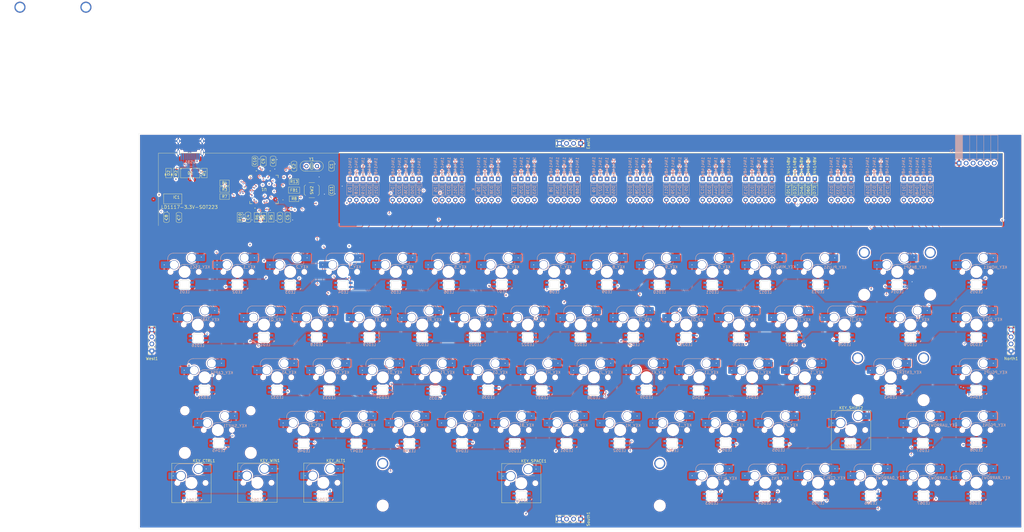
<source format=kicad_pcb>
(kicad_pcb
	(version 20241229)
	(generator "pcbnew")
	(generator_version "9.0")
	(general
		(thickness 1.6)
		(legacy_teardrops no)
	)
	(paper "A3")
	(layers
		(0 "F.Cu" signal)
		(4 "In1.Cu" signal)
		(6 "In2.Cu" signal)
		(2 "B.Cu" signal)
		(9 "F.Adhes" user "F.Adhesive")
		(11 "B.Adhes" user "B.Adhesive")
		(13 "F.Paste" user)
		(15 "B.Paste" user)
		(5 "F.SilkS" user "F.Silkscreen")
		(7 "B.SilkS" user "B.Silkscreen")
		(1 "F.Mask" user)
		(3 "B.Mask" user)
		(17 "Dwgs.User" user "User.Drawings")
		(19 "Cmts.User" user "User.Comments")
		(21 "Eco1.User" user "User.Eco1")
		(23 "Eco2.User" user "User.Eco2")
		(25 "Edge.Cuts" user)
		(27 "Margin" user)
		(31 "F.CrtYd" user "F.Courtyard")
		(29 "B.CrtYd" user "B.Courtyard")
		(35 "F.Fab" user)
		(33 "B.Fab" user)
		(39 "User.1" user)
		(41 "User.2" user)
		(43 "User.3" user)
		(45 "User.4" user)
		(47 "User.5" user)
		(49 "User.6" user)
		(51 "User.7" user)
		(53 "User.8" user)
		(55 "User.9" user)
	)
	(setup
		(stackup
			(layer "F.SilkS"
				(type "Top Silk Screen")
			)
			(layer "F.Paste"
				(type "Top Solder Paste")
			)
			(layer "F.Mask"
				(type "Top Solder Mask")
				(thickness 0.01)
			)
			(layer "F.Cu"
				(type "copper")
				(thickness 0.035)
			)
			(layer "dielectric 1"
				(type "prepreg")
				(thickness 0.1)
				(material "FR4")
				(epsilon_r 4.5)
				(loss_tangent 0.02)
			)
			(layer "In1.Cu"
				(type "copper")
				(thickness 0.035)
			)
			(layer "dielectric 2"
				(type "core")
				(thickness 1.24)
				(material "FR4")
				(epsilon_r 4.5)
				(loss_tangent 0.02)
			)
			(layer "In2.Cu"
				(type "copper")
				(thickness 0.035)
			)
			(layer "dielectric 3"
				(type "prepreg")
				(thickness 0.1)
				(material "FR4")
				(epsilon_r 4.5)
				(loss_tangent 0.02)
			)
			(layer "B.Cu"
				(type "copper")
				(thickness 0.035)
			)
			(layer "B.Mask"
				(type "Bottom Solder Mask")
				(thickness 0.01)
			)
			(layer "B.Paste"
				(type "Bottom Solder Paste")
			)
			(layer "B.SilkS"
				(type "Bottom Silk Screen")
			)
			(copper_finish "HAL lead-free")
			(dielectric_constraints no)
		)
		(pad_to_mask_clearance 0)
		(allow_soldermask_bridges_in_footprints no)
		(tenting front back)
		(grid_origin 44.85125 47.625)
		(pcbplotparams
			(layerselection 0x00000000_00000000_55555555_5755f5ff)
			(plot_on_all_layers_selection 0x00000000_00000000_00000000_00000000)
			(disableapertmacros no)
			(usegerberextensions no)
			(usegerberattributes yes)
			(usegerberadvancedattributes yes)
			(creategerberjobfile yes)
			(dashed_line_dash_ratio 12.000000)
			(dashed_line_gap_ratio 3.000000)
			(svgprecision 4)
			(plotframeref no)
			(mode 1)
			(useauxorigin no)
			(hpglpennumber 1)
			(hpglpenspeed 20)
			(hpglpendiameter 15.000000)
			(pdf_front_fp_property_popups yes)
			(pdf_back_fp_property_popups yes)
			(pdf_metadata yes)
			(pdf_single_document no)
			(dxfpolygonmode yes)
			(dxfimperialunits yes)
			(dxfusepcbnewfont yes)
			(psnegative no)
			(psa4output no)
			(plot_black_and_white yes)
			(sketchpadsonfab no)
			(plotpadnumbers no)
			(hidednponfab no)
			(sketchdnponfab yes)
			(crossoutdnponfab yes)
			(subtractmaskfromsilk no)
			(outputformat 1)
			(mirror no)
			(drillshape 1)
			(scaleselection 1)
			(outputdirectory "")
		)
	)
	(net 0 "")
	(net 1 "GND")
	(net 2 "+3.3V")
	(net 3 "+5V")
	(net 4 "Net-(D3-A)")
	(net 5 "Net-(D4-A)")
	(net 6 "Net-(D5-A)")
	(net 7 "Net-(D6-A)")
	(net 8 "Net-(D7-A)")
	(net 9 "Net-(D8-A)")
	(net 10 "Net-(D9-A)")
	(net 11 "Net-(D10-A)")
	(net 12 "Net-(D11-A)")
	(net 13 "Net-(D12-A)")
	(net 14 "Net-(D13-A)")
	(net 15 "Net-(D14-A)")
	(net 16 "Net-(D15-A)")
	(net 17 "Net-(D16-A)")
	(net 18 "Net-(D17-A)")
	(net 19 "Net-(D18-A)")
	(net 20 "Net-(D19-A)")
	(net 21 "Net-(D20-A)")
	(net 22 "Net-(D21-A)")
	(net 23 "Net-(D22-A)")
	(net 24 "Net-(D23-A)")
	(net 25 "Net-(D29-A)")
	(net 26 "Net-(D30-A)")
	(net 27 "Net-(D31-A)")
	(net 28 "Net-(D32-A)")
	(net 29 "Net-(D33-A)")
	(net 30 "Net-(D24-A)")
	(net 31 "Net-(D25-A)")
	(net 32 "Net-(D26-A)")
	(net 33 "Net-(D27-A)")
	(net 34 "Net-(D28-A)")
	(net 35 "Net-(D34-A)")
	(net 36 "/COL2")
	(net 37 "/COL3")
	(net 38 "/COL4")
	(net 39 "/COL5")
	(net 40 "/COL1")
	(net 41 "Net-(LED1-DOUT)")
	(net 42 "/RGB_DATAIN")
	(net 43 "Net-(U1-OSCIN)")
	(net 44 "Net-(U1-OSCOUT)")
	(net 45 "Net-(U1-VCAP)")
	(net 46 "/NRST")
	(net 47 "/D+")
	(net 48 "/D-")
	(net 49 "/ROW1")
	(net 50 "/ROW2")
	(net 51 "/ROW3")
	(net 52 "/ROW4")
	(net 53 "/ROW5")
	(net 54 "Net-(D35-A)")
	(net 55 "/UART_TX_EAST")
	(net 56 "/UART_RX_EAST")
	(net 57 "Net-(U1-VDDA)")
	(net 58 "Net-(D36-A)")
	(net 59 "Net-(D37-A)")
	(net 60 "Net-(D38-A)")
	(net 61 "Net-(D39-A)")
	(net 62 "Net-(D40-A)")
	(net 63 "Net-(D41-A)")
	(net 64 "Net-(D42-A)")
	(net 65 "Net-(D43-A)")
	(net 66 "Net-(D44-A)")
	(net 67 "Net-(D45-A)")
	(net 68 "Net-(D46-A)")
	(net 69 "Net-(D47-A)")
	(net 70 "Net-(D48-A)")
	(net 71 "Net-(D50-A)")
	(net 72 "Net-(D51-A)")
	(net 73 "Net-(D52-A)")
	(net 74 "Net-(D53-A)")
	(net 75 "Net-(D54-A)")
	(net 76 "Net-(D55-A)")
	(net 77 "Net-(D56-A)")
	(net 78 "Net-(D57-A)")
	(net 79 "Net-(D58-A)")
	(net 80 "/UART_TX_NORTH")
	(net 81 "/UART_RX_NORTH")
	(net 82 "Net-(USB1-CC2)")
	(net 83 "Net-(USB1-CC1)")
	(net 84 "Net-(U1-PA11)")
	(net 85 "Net-(U1-PA12)")
	(net 86 "Net-(U1-BOOT)")
	(net 87 "/JTCLK")
	(net 88 "Net-(J1-Pin_2)")
	(net 89 "/JTMS")
	(net 90 "Net-(J1-Pin_4)")
	(net 91 "Net-(J1-Pin_5)")
	(net 92 "Net-(J1-Pin_6)")
	(net 93 "/SWO")
	(net 94 "/UART_TX_SOUTH")
	(net 95 "/UART_RX_SOUTH")
	(net 96 "unconnected-(U1-PB12-Pad33)")
	(net 97 "AGND")
	(net 98 "Net-(D59-A)")
	(net 99 "/UART_TX_WEST")
	(net 100 "unconnected-(U1-PC14-Pad3)")
	(net 101 "unconnected-(U1-PC15-Pad4)")
	(net 102 "Net-(D60-A)")
	(net 103 "Net-(D61-A)")
	(net 104 "Net-(D62-A)")
	(net 105 "unconnected-(U1-PC1-Pad9)")
	(net 106 "unconnected-(U1-PC3-Pad11)")
	(net 107 "Net-(D64-A)")
	(net 108 "unconnected-(U1-PC2-Pad10)")
	(net 109 "Net-(D65-A)")
	(net 110 "Net-(D68-A)")
	(net 111 "/UART_RX_WEST")
	(net 112 "Net-(D71-A)")
	(net 113 "Net-(D72-A)")
	(net 114 "Net-(D73-A)")
	(net 115 "unconnected-(U1-PC0-Pad8)")
	(net 116 "unconnected-(U1-PC13-Pad2)")
	(net 117 "Net-(D2-A)")
	(net 118 "unconnected-(USB1-SBU2-Pad3)")
	(net 119 "unconnected-(USB1-SBU1-Pad9)")
	(net 120 "unconnected-(U1-PB8-Pad61)")
	(net 121 "unconnected-(U1-PB9-Pad62)")
	(net 122 "Net-(D74-A)")
	(net 123 "Net-(D75-A)")
	(net 124 "Net-(D76-A)")
	(net 125 "/COL12")
	(net 126 "/COL9")
	(net 127 "/COL10")
	(net 128 "/COL11")
	(net 129 "/COL6")
	(net 130 "/COL7")
	(net 131 "/COL8")
	(net 132 "/COL14")
	(net 133 "/COL13")
	(net 134 "/COL15")
	(net 135 "unconnected-(U1-PC4-Pad24)")
	(net 136 "Net-(LED2-DOUT)")
	(net 137 "Net-(LED3-DOUT)")
	(net 138 "Net-(LED4-DOUT)")
	(net 139 "Net-(LED5-DOUT)")
	(net 140 "Net-(LED6-DOUT)")
	(net 141 "Net-(LED7-DOUT)")
	(net 142 "Net-(LED8-DOUT)")
	(net 143 "Net-(LED10-DIN)")
	(net 144 "Net-(LED10-DOUT)")
	(net 145 "Net-(LED11-DOUT)")
	(net 146 "Net-(LED12-DOUT)")
	(net 147 "Net-(LED13-DOUT)")
	(net 148 "Net-(LED14-DOUT)")
	(net 149 "Net-(LED15-DOUT)")
	(net 150 "Net-(LED16-DOUT)")
	(net 151 "Net-(LED17-DOUT)")
	(net 152 "Net-(LED18-DOUT)")
	(net 153 "Net-(LED19-DOUT)")
	(net 154 "Net-(LED20-DOUT)")
	(net 155 "Net-(LED21-DOUT)")
	(net 156 "Net-(LED22-DOUT)")
	(net 157 "Net-(LED23-DOUT)")
	(net 158 "Net-(LED24-DOUT)")
	(net 159 "Net-(LED25-DOUT)")
	(net 160 "Net-(LED26-DOUT)")
	(net 161 "Net-(LED27-DOUT)")
	(net 162 "Net-(LED28-DOUT)")
	(net 163 "Net-(LED29-DOUT)")
	(net 164 "Net-(LED30-DOUT)")
	(net 165 "Net-(LED31-DOUT)")
	(net 166 "Net-(LED32-DOUT)")
	(net 167 "Net-(LED33-DOUT)")
	(net 168 "Net-(LED34-DOUT)")
	(net 169 "Net-(LED35-DOUT)")
	(net 170 "Net-(LED36-DOUT)")
	(net 171 "Net-(LED37-DOUT)")
	(net 172 "Net-(LED38-DOUT)")
	(net 173 "Net-(LED39-DOUT)")
	(net 174 "Net-(LED40-DOUT)")
	(net 175 "Net-(LED41-DOUT)")
	(net 176 "Net-(LED42-DOUT)")
	(net 177 "Net-(LED43-DOUT)")
	(net 178 "Net-(LED44-DOUT)")
	(net 179 "Net-(LED45-DOUT)")
	(net 180 "Net-(LED46-DOUT)")
	(net 181 "Net-(LED47-DOUT)")
	(net 182 "Net-(LED48-DOUT)")
	(net 183 "Net-(LED49-DOUT)")
	(net 184 "Net-(LED50-DOUT)")
	(net 185 "Net-(LED51-DOUT)")
	(net 186 "Net-(LED52-DOUT)")
	(net 187 "Net-(LED53-DOUT)")
	(net 188 "Net-(LED54-DOUT)")
	(net 189 "Net-(LED55-DOUT)")
	(net 190 "Net-(LED56-DOUT)")
	(net 191 "Net-(LED57-DOUT)")
	(net 192 "Net-(LED58-DOUT)")
	(net 193 "Net-(LED59-DOUT)")
	(net 194 "Net-(LED60-DOUT)")
	(net 195 "Net-(LED61-DOUT)")
	(net 196 "Net-(LED62-DOUT)")
	(net 197 "Net-(LED63-DOUT)")
	(net 198 "Net-(LED64-DOUT)")
	(net 199 "Net-(LED65-DOUT)")
	(net 200 "Net-(LED66-DOUT)")
	(net 201 "Net-(LED67-DOUT)")
	(net 202 "unconnected-(LED68-DOUT-Pad2)")
	(net 203 "unconnected-(U1-PA6-Pad22)")
	(net 204 "unconnected-(U1-PA4-Pad20)")
	(net 205 "unconnected-(U1-PA7-Pad23)")
	(footprint "PCM_Resistor_SMD_AKL:R_0805_2012Metric" (layer "F.Cu") (at 87.6083 77.925 90))
	(footprint "PCM_Capacitor_SMD_AKL:C_0805_2012Metric" (layer "F.Cu") (at 54.8513 77.95 90))
	(footprint "PCM_marbastlib-mx:STAB_MX_P_2u" (layer "F.Cu") (at 318.695 97.6312))
	(footprint "PCM_Resistor_SMD_AKL:R_0805_2012Metric" (layer "F.Cu") (at 100.9513 65.025))
	(footprint "PCM_Switch_Keyboard_Hotswap_Kailh:SW_Hotswap_Kailh_MX_Plated_1.25u" (layer "F.Cu") (at 63.9013 173.8939))
	(footprint "PCM_Switch_Keyboard_Hotswap_Kailh:SW_Hotswap_Kailh_MX_Plated_1.25u" (layer "F.Cu") (at 182.9638 173.99))
	(footprint "Connector_PinSocket_2.54mm:PinSocket_1x04_P2.54mm_Vertical" (layer "F.Cu") (at 359.7718 126.2063 180))
	(footprint "PCM_Resistor_SMD_AKL:R_0805_2012Metric" (layer "F.Cu") (at 92.7083 77.925 90))
	(footprint "PCM_Resistor_SMD_AKL:R_0805_2012Metric" (layer "F.Cu") (at 81.4763 77.925 90))
	(footprint "Connector_PinSocket_2.54mm:PinSocket_1x04_P2.54mm_Vertical" (layer "F.Cu") (at 49.6138 126.2063 180))
	(footprint "PCM_4ms_Diode:D_DO-35_P7.62mm_Horizontal" (layer "F.Cu") (at 279.4044 67.8656 -90))
	(footprint "PCM_marbastlib-mx:STAB_MX_2.25u" (layer "F.Cu") (at 73.4263 154.7812))
	(footprint "PCM_marbastlib-mx:STAB_MX_P_6.25u" (layer "F.Cu") (at 182.9638 173.8312))
	(footprint "PCM_Resistor_SMD_AKL:R_0805_2012Metric" (layer "F.Cu") (at 75.8763 67.8656 180))
	(footprint "PCM_marbastlib-mx:STAB_MX_P_2.25u" (layer "F.Cu") (at 316.3138 135.7312))
	(footprint "PCM_Capacitor_SMD_AKL:C_0805_2012Metric" (layer "F.Cu") (at 93.4013 57.65 90))
	(footprint "PCM_Resistor_SMD_AKL:R_0805_2012Metric" (layer "F.Cu") (at 75.8763 70.425))
	(footprint "PCM_Capacitor_SMD_AKL:C_0805_2012Metric" (layer "F.Cu") (at 100.9513 59.475 90))
	(footprint "PCM_Capacitor_SMD_AKL:C_0805_2012Metric" (layer "F.Cu") (at 89.8513 57.65 -90))
	(footprint "PCM_4ms_Diode:D_DO-35_P7.62mm_Horizontal" (layer "F.Cu") (at 286.5481 67.8656 -90))
	(footprint "PCM_Capacitor_SMD_AKL:C_0805_2012Metric" (layer "F.Cu") (at 84.3513 77.925 -90))
	(footprint "PCM_Switch_Keyboard_Hotswap_Kailh:SW_Hotswap_Kailh_MX_Plated_1.25u" (layer "F.Cu") (at 111.5263 173.8314))
	(footprint "PCM_marbastlib-various:SW_SPST_SKQG_WithStem" (layer "F.Cu") (at 107.3413 68.125 90))
	(footprint "PCM_Diode_SMD_AKL:D_SOD-323" (layer "F.Cu") (at 55.6513 61.925 90))
	(footprint "PCM_marbastlib-mx:STAB_MX_P_2u" (layer "F.Cu") (at 13.9063 8.985))
	(footprint "PCM_Switch_Keyboard_Hotswap_Kailh:SW_Hotswap_Kailh_MX_Plated_1.25u" (layer "F.Cu") (at 87.7138 173.8312))
	(footprint "PCM_Resistor_SMD_AKL:R_0805_2012Metric" (layer "F.Cu") (at 58.3513 61.925 -90))
	(footprint "PCM_Capacitor_SMD_AKL:C_0805_2012Metric" (layer "F.Cu") (at 86.8013 57.65 90))
	(footprint "PCM_Capacitor_SMD_AKL:C_0805_2012Metric"
		(layer "F.Cu")
		(uuid "91619cc6-eeb1-42ba-a882-5332c0cfc1df")
		(at 114.4763 68.125 90)
		(descr "Capacitor SMD 0805 (2012 Metric), square (rectangular) end terminal, IPC_7351 nominal, (Body size source: IPC-SM-782 page 76, https://www.pcb-3d.com/wordpress/wp-content/uploads/ipc-sm-782a_amendment_1_and_2.pdf, https://docs.google.com/spreadsheets/d/1BsfQQcO9C6DZCsRaXUlFlo91Tg2WpOkGARC1WS5S8t0/edit?usp=sharing), Alternate KiCad Library")
		(tags "capacitor")
		(property "Reference" "C11"
			(at 0 0 90)
			(layer "F.SilkS")
			(uuid "99b7d9be-4e17-4d7c-8803-78ea7a42dc59")
			(effects
				(font
					(size 1 1)
					(thickness 0.15)
				)
			)
		)
		(property "Value" "0.1uF"
			(at 0 1.68 90)
			(layer "F.Fab")
			(hide yes)
			(uuid "51da87f2-070f-4c92-9898-9f729dc7d5af")
			(effects
				(font
					(size 1 1)
					(thickness 0.15)
				)
			)
		)
		(property "Datasheet" "~"
			(at 0 0 90)
			(layer "F.Fab")
			(hide yes)
			(uuid "d6f006b0-5f93-4171-9f98-ccab9cd76b20")
			(effects
				(font
					(size 1.27 1.27)
					(thickness 0.15)
				)
			)
		)
		(property "Description" "SMD 0805 MLCC capacitor, Alternate KiCad Library"
			(at 0 0 90)
			(layer "F.Fab")
			(hide yes)
			(uuid "84950c98-38fa-4e11-bc2f-8d1fd19923aa")
			(effects
				(font
					(size 1.27 1.27)
					(thickness 0.15)
				)
			)
		)
		(property ki_fp_filters "C_*")
		(path "/f4ed843a-a837-4644-ab1e-a88bfeb2df84")
		(sheetname "/")
		(sheetfile "68percent.kicad_sch")
		(attr smd)
		(fp_line
			(start 1.5 -1)
			(end -1.5 -1)
			(stroke
				(width 0.12)
				(type solid)
			)
			(layer "F.SilkS")
			(uuid "1cc608cb-b94a-463d-8a9e-4f7c4623e900")
		)
		(fp_line
			(start -1.5 1)
			(end 1.5 1)
			(stroke
				(width 0.12)
				(type solid)
			)
			(layer "F.SilkS")
			(uuid "d250b09e-ad8e-4a9c-bc59-e7cf080be65b")
		)
		(fp_arc
			(start 1.5 -1)
			(mid 1.880894 0)
			(end 1.5 1)
			(stroke
				(width 0.12)
				(type solid)
			)
			(layer "F.SilkS")
			(uuid "dd34daed-705a-4107-b5b2-fbb5d5fc269e")
		)
		(fp_arc
			(start -1.5 1)
			(mid -1.880894 0)
			(end -1.5 -1)
			(stroke
				(width 0.12)
				(type solid)
			)
			(layer "F.SilkS")
			(uuid "d0c57165-22ad-4ab1-91f6-4b5d50942ac8")
		)
		(fp_line
			(start 1.7 -0.98)
			(end 1.7 0.98)
			(stroke
				(width 0.05)
				(type solid)
			)
			(layer "F.CrtYd")
			(uuid "78c4db25-f3cd-4c9d-935f-7e92b1b3c098")
		)
		(fp_line
			(start -1.7 -0.98)
			(end 1.7 -0.98)
			(stroke
				(width 0.05)
				(type solid)
			)
			(layer "F.CrtYd")
			(uuid "d481b1f7-1ed8-4a78-aa60-973dd6e23279")
		)
		(fp_line
			(start 1.7 0.98)
			(end -1.7 0.98)
			(stroke
				(width 0.05)
				(type solid)
			)
			(layer "F.CrtYd")
			(uuid "920b830c-2b69-4256-b8ba-a1ea2e2c3eb7")
		)
		(fp_line
			(start -1.7 0.98)
			(end -1.7 -0.98)
			(stroke
				(width 0.05)
				(type solid)
			)
			(layer "F.CrtYd")
			(uuid "4a398a8c-dcec-4751-bb1a-39118c36d61a")
		)
		(fp_line
			(start 1 -0.625)
			(end 1 0.625)
			(stroke
				(width 0.1)
				(type solid)
			)
			(layer "F.Fab")
			(uuid "890bc2ab-45c5-4a30-9d9d-73981fe1e39b")
		)
		(fp_line
			(start -1 -0.625)
			(end 1 -0.625)
			(stroke
				(width 0.1)
				(type solid)
			)
			(layer "F.Fab")
			(uuid "f638e6b6-d5c9-40d9-9
... [5723822 chars truncated]
</source>
